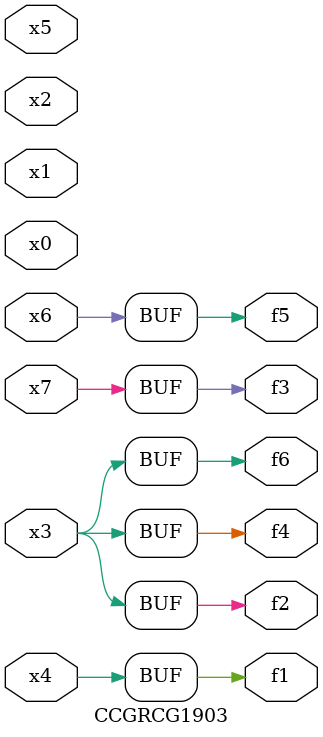
<source format=v>
module CCGRCG1903(
	input x0, x1, x2, x3, x4, x5, x6, x7,
	output f1, f2, f3, f4, f5, f6
);
	assign f1 = x4;
	assign f2 = x3;
	assign f3 = x7;
	assign f4 = x3;
	assign f5 = x6;
	assign f6 = x3;
endmodule

</source>
